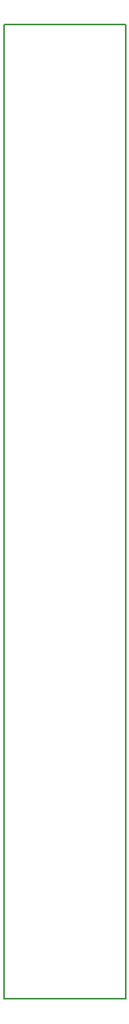
<source format=gm1>
G04 #@! TF.FileFunction,Profile,NP*
%FSLAX46Y46*%
G04 Gerber Fmt 4.6, Leading zero omitted, Abs format (unit mm)*
G04 Created by KiCad (PCBNEW 4.0.7) date 06/01/18 18:38:23*
%MOMM*%
%LPD*%
G01*
G04 APERTURE LIST*
%ADD10C,0.100000*%
%ADD11C,0.150000*%
G04 APERTURE END LIST*
D10*
D11*
X93650000Y-47000000D02*
X106350000Y-47000000D01*
X93650000Y-58650000D02*
X93650000Y-47000000D01*
X106350000Y-50000000D02*
X106350000Y-47000000D01*
X106350000Y-58550000D02*
X106350000Y-50000000D01*
X106350000Y-148000000D02*
X106350000Y-100050000D01*
X93650000Y-148000000D02*
X106350000Y-148000000D01*
X93650000Y-100000000D02*
X93650000Y-148000000D01*
X106350000Y-100050000D02*
X106350000Y-58550000D01*
X93650000Y-100000000D02*
X93650000Y-58650000D01*
M02*

</source>
